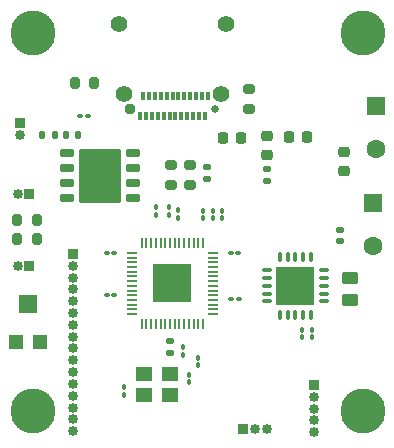
<source format=gbr>
%TF.GenerationSoftware,KiCad,Pcbnew,7.0.1*%
%TF.CreationDate,2024-01-29T14:24:06+02:00*%
%TF.ProjectId,Temp_meter_1.1,54656d70-5f6d-4657-9465-725f312e312e,rev?*%
%TF.SameCoordinates,Original*%
%TF.FileFunction,Soldermask,Top*%
%TF.FilePolarity,Negative*%
%FSLAX46Y46*%
G04 Gerber Fmt 4.6, Leading zero omitted, Abs format (unit mm)*
G04 Created by KiCad (PCBNEW 7.0.1) date 2024-01-29 14:24:06*
%MOMM*%
%LPD*%
G01*
G04 APERTURE LIST*
G04 Aperture macros list*
%AMRoundRect*
0 Rectangle with rounded corners*
0 $1 Rounding radius*
0 $2 $3 $4 $5 $6 $7 $8 $9 X,Y pos of 4 corners*
0 Add a 4 corners polygon primitive as box body*
4,1,4,$2,$3,$4,$5,$6,$7,$8,$9,$2,$3,0*
0 Add four circle primitives for the rounded corners*
1,1,$1+$1,$2,$3*
1,1,$1+$1,$4,$5*
1,1,$1+$1,$6,$7*
1,1,$1+$1,$8,$9*
0 Add four rect primitives between the rounded corners*
20,1,$1+$1,$2,$3,$4,$5,0*
20,1,$1+$1,$4,$5,$6,$7,0*
20,1,$1+$1,$6,$7,$8,$9,0*
20,1,$1+$1,$8,$9,$2,$3,0*%
G04 Aperture macros list end*
%ADD10C,3.800000*%
%ADD11RoundRect,0.225000X-0.225000X-0.250000X0.225000X-0.250000X0.225000X0.250000X-0.225000X0.250000X0*%
%ADD12RoundRect,0.100000X0.100000X-0.130000X0.100000X0.130000X-0.100000X0.130000X-0.100000X-0.130000X0*%
%ADD13RoundRect,0.200000X-0.275000X0.200000X-0.275000X-0.200000X0.275000X-0.200000X0.275000X0.200000X0*%
%ADD14RoundRect,0.135000X0.185000X-0.135000X0.185000X0.135000X-0.185000X0.135000X-0.185000X-0.135000X0*%
%ADD15R,0.850000X0.850000*%
%ADD16O,0.850000X0.850000*%
%ADD17RoundRect,0.100000X0.130000X0.100000X-0.130000X0.100000X-0.130000X-0.100000X0.130000X-0.100000X0*%
%ADD18RoundRect,0.200000X0.200000X0.275000X-0.200000X0.275000X-0.200000X-0.275000X0.200000X-0.275000X0*%
%ADD19RoundRect,0.200000X-0.200000X-0.275000X0.200000X-0.275000X0.200000X0.275000X-0.200000X0.275000X0*%
%ADD20RoundRect,0.135000X0.135000X0.185000X-0.135000X0.185000X-0.135000X-0.185000X0.135000X-0.185000X0*%
%ADD21RoundRect,0.225000X-0.250000X0.225000X-0.250000X-0.225000X0.250000X-0.225000X0.250000X0.225000X0*%
%ADD22RoundRect,0.100000X-0.100000X0.130000X-0.100000X-0.130000X0.100000X-0.130000X0.100000X0.130000X0*%
%ADD23RoundRect,0.250000X-0.550000X0.550000X-0.550000X-0.550000X0.550000X-0.550000X0.550000X0.550000X0*%
%ADD24C,1.600000*%
%ADD25RoundRect,0.075000X0.337500X0.075000X-0.337500X0.075000X-0.337500X-0.075000X0.337500X-0.075000X0*%
%ADD26RoundRect,0.075000X0.075000X0.337500X-0.075000X0.337500X-0.075000X-0.337500X0.075000X-0.337500X0*%
%ADD27R,3.250000X3.250000*%
%ADD28RoundRect,0.135000X-0.185000X0.135000X-0.185000X-0.135000X0.185000X-0.135000X0.185000X0.135000X0*%
%ADD29RoundRect,0.102000X-0.480000X-0.220000X0.480000X-0.220000X0.480000X0.220000X-0.480000X0.220000X0*%
%ADD30RoundRect,0.102000X-1.700000X-2.150000X1.700000X-2.150000X1.700000X2.150000X-1.700000X2.150000X0*%
%ADD31RoundRect,0.225000X0.250000X-0.225000X0.250000X0.225000X-0.250000X0.225000X-0.250000X-0.225000X0*%
%ADD32RoundRect,0.250000X0.450000X-0.262500X0.450000X0.262500X-0.450000X0.262500X-0.450000X-0.262500X0*%
%ADD33RoundRect,0.100000X-0.130000X-0.100000X0.130000X-0.100000X0.130000X0.100000X-0.130000X0.100000X0*%
%ADD34C,0.650000*%
%ADD35C,0.950000*%
%ADD36R,0.300000X0.700000*%
%ADD37C,1.400000*%
%ADD38R,1.400000X1.200000*%
%ADD39RoundRect,0.140000X0.170000X-0.140000X0.170000X0.140000X-0.170000X0.140000X-0.170000X-0.140000X0*%
%ADD40R,1.200000X1.200000*%
%ADD41R,1.600000X1.500000*%
%ADD42RoundRect,0.050000X-0.387500X-0.050000X0.387500X-0.050000X0.387500X0.050000X-0.387500X0.050000X0*%
%ADD43RoundRect,0.050000X-0.050000X-0.387500X0.050000X-0.387500X0.050000X0.387500X-0.050000X0.387500X0*%
%ADD44R,3.200000X3.200000*%
G04 APERTURE END LIST*
D10*
%TO.C,H4*%
X117900000Y-76000000D03*
%TD*%
D11*
%TO.C,C3*%
X106050000Y-52900000D03*
X107600000Y-52900000D03*
%TD*%
D12*
%TO.C,C7*%
X100400000Y-59375000D03*
X100400000Y-58735000D03*
%TD*%
D13*
%TO.C,R5*%
X101700000Y-55200000D03*
X101700000Y-56850000D03*
%TD*%
D14*
%TO.C,R9*%
X101592500Y-71120000D03*
X101592500Y-70100000D03*
%TD*%
D15*
%TO.C,J2*%
X113800000Y-73800000D03*
D16*
X113800000Y-74800000D03*
X113800000Y-75800000D03*
X113800000Y-76800000D03*
X113800000Y-77800000D03*
%TD*%
D12*
%TO.C,C5*%
X104400000Y-59665000D03*
X104400000Y-59025000D03*
%TD*%
D11*
%TO.C,C2*%
X111650000Y-52800000D03*
X113200000Y-52800000D03*
%TD*%
D17*
%TO.C,C8*%
X96875000Y-66200000D03*
X96235000Y-66200000D03*
%TD*%
D12*
%TO.C,C15*%
X105200000Y-59665000D03*
X105200000Y-59025000D03*
%TD*%
D18*
%TO.C,R11*%
X90300000Y-61400000D03*
X88650000Y-61400000D03*
%TD*%
D15*
%TO.C,D1*%
X89700000Y-57600000D03*
D16*
X88700000Y-57600000D03*
%TD*%
D19*
%TO.C,R14*%
X93550000Y-48200000D03*
X95200000Y-48200000D03*
%TD*%
D20*
%TO.C,R7*%
X93820000Y-52600000D03*
X92800000Y-52600000D03*
%TD*%
D13*
%TO.C,R15*%
X108300000Y-48750000D03*
X108300000Y-50400000D03*
%TD*%
D21*
%TO.C,C1*%
X116300000Y-54100000D03*
X116300000Y-55650000D03*
%TD*%
D22*
%TO.C,C17*%
X97700000Y-73980000D03*
X97700000Y-74620000D03*
%TD*%
D23*
%TO.C,J1*%
X119000000Y-50200000D03*
D24*
X119000000Y-53800000D03*
%TD*%
D25*
%TO.C,U5*%
X114647500Y-66700000D03*
X114647500Y-66050000D03*
X114647500Y-65400000D03*
X114647500Y-64750000D03*
X114647500Y-64100000D03*
D26*
X113510000Y-62962500D03*
X112860000Y-62962500D03*
X112210000Y-62962500D03*
X111560000Y-62962500D03*
X110910000Y-62962500D03*
D25*
X109772500Y-64100000D03*
X109772500Y-64750000D03*
X109772500Y-65400000D03*
X109772500Y-66050000D03*
X109772500Y-66700000D03*
D26*
X110910000Y-67837500D03*
X111560000Y-67837500D03*
X112210000Y-67837500D03*
X112860000Y-67837500D03*
X113510000Y-67837500D03*
D27*
X112210000Y-65400000D03*
%TD*%
D22*
%TO.C,C20*%
X112800000Y-69125000D03*
X112800000Y-69765000D03*
%TD*%
D23*
%TO.C,J3*%
X118775000Y-58400000D03*
D24*
X118775000Y-62000000D03*
%TD*%
D12*
%TO.C,C13*%
X102300000Y-59620000D03*
X102300000Y-58980000D03*
%TD*%
%TO.C,C22*%
X101500000Y-59375000D03*
X101500000Y-58735000D03*
%TD*%
D28*
%TO.C,R1*%
X109850000Y-55540000D03*
X109850000Y-56560000D03*
%TD*%
D29*
%TO.C,U4*%
X92900000Y-54190000D03*
X92900000Y-55460000D03*
X92900000Y-56730000D03*
X92900000Y-58000000D03*
X98500000Y-58000000D03*
X98500000Y-56730000D03*
X98500000Y-55460000D03*
X98500000Y-54190000D03*
D30*
X95700000Y-56095000D03*
%TD*%
D31*
%TO.C,C4*%
X109800000Y-54300000D03*
X109800000Y-52750000D03*
%TD*%
D15*
%TO.C,LCD1*%
X93400000Y-62700000D03*
D16*
X93400000Y-63700000D03*
X93400000Y-64700000D03*
X93400000Y-65700000D03*
X93400000Y-66700000D03*
X93400000Y-67700000D03*
X93400000Y-68700000D03*
X93400000Y-69700000D03*
X93400000Y-70700000D03*
X93400000Y-71700000D03*
X93400000Y-72700000D03*
X93400000Y-73700000D03*
X93400000Y-74700000D03*
X93400000Y-75700000D03*
X93400000Y-76700000D03*
X93400000Y-77700000D03*
%TD*%
D12*
%TO.C,C11*%
X106000000Y-59665000D03*
X106000000Y-59025000D03*
%TD*%
D32*
%TO.C,R12*%
X116800000Y-66600000D03*
X116800000Y-64775000D03*
%TD*%
D33*
%TO.C,C10*%
X106780000Y-66500000D03*
X107420000Y-66500000D03*
%TD*%
D34*
%TO.C,P1*%
X105410000Y-50400000D03*
D35*
X98210000Y-50400000D03*
D36*
X104560000Y-51060000D03*
X104060000Y-51060000D03*
X103560000Y-51060000D03*
X103060000Y-51060000D03*
X102560000Y-51060000D03*
X102060000Y-51060000D03*
X101560000Y-51060000D03*
X101060000Y-51060000D03*
X100560000Y-51060000D03*
X100060000Y-51060000D03*
X99560000Y-51060000D03*
X99060000Y-51060000D03*
X99310000Y-49360000D03*
X99810000Y-49360000D03*
X100310000Y-49360000D03*
X100810000Y-49360000D03*
X101310000Y-49360000D03*
X101810000Y-49360000D03*
X102310000Y-49360000D03*
X102810000Y-49360000D03*
X103310000Y-49360000D03*
X103810000Y-49360000D03*
X104310000Y-49360000D03*
X104810000Y-49360000D03*
D37*
X106300000Y-43200000D03*
X105940000Y-49150000D03*
X97680000Y-49150000D03*
X97320000Y-43200000D03*
%TD*%
D38*
%TO.C,Y2*%
X99400000Y-74600000D03*
X101600000Y-74600000D03*
X101600000Y-72900000D03*
X99400000Y-72900000D03*
%TD*%
D15*
%TO.C,SW1*%
X88900000Y-51600000D03*
D16*
X88900000Y-52600000D03*
%TD*%
D33*
%TO.C,C16*%
X94000000Y-51000000D03*
X94640000Y-51000000D03*
%TD*%
%TO.C,C14*%
X106725000Y-62620000D03*
X107365000Y-62620000D03*
%TD*%
D10*
%TO.C,H1*%
X117900000Y-44000000D03*
%TD*%
D12*
%TO.C,C18*%
X103200000Y-73565000D03*
X103200000Y-72925000D03*
%TD*%
D13*
%TO.C,R6*%
X103300000Y-55200000D03*
X103300000Y-56850000D03*
%TD*%
D10*
%TO.C,H2*%
X90000000Y-76000000D03*
%TD*%
D20*
%TO.C,R8*%
X91820000Y-52600000D03*
X90800000Y-52600000D03*
%TD*%
D22*
%TO.C,C6*%
X104000000Y-71480000D03*
X104000000Y-72120000D03*
%TD*%
D15*
%TO.C,J4*%
X107800000Y-77500000D03*
D16*
X108800000Y-77500000D03*
X109800000Y-77500000D03*
%TD*%
D10*
%TO.C,H3*%
X90000000Y-44000000D03*
%TD*%
D22*
%TO.C,C9*%
X102700000Y-70580000D03*
X102700000Y-71220000D03*
%TD*%
D39*
%TO.C,C21*%
X116000000Y-61600000D03*
X116000000Y-60640000D03*
%TD*%
D40*
%TO.C,RV1*%
X88600000Y-70150000D03*
D41*
X89600000Y-66900000D03*
D40*
X90600000Y-70150000D03*
%TD*%
D15*
%TO.C,D2*%
X89700000Y-63700000D03*
D16*
X88700000Y-63700000D03*
%TD*%
D18*
%TO.C,R10*%
X90300000Y-59800000D03*
X88650000Y-59800000D03*
%TD*%
D28*
%TO.C,R2*%
X104700000Y-55300000D03*
X104700000Y-56320000D03*
%TD*%
D22*
%TO.C,C19*%
X113600000Y-69125000D03*
X113600000Y-69765000D03*
%TD*%
D42*
%TO.C,U1*%
X98362500Y-62600000D03*
X98362500Y-63000000D03*
X98362500Y-63400000D03*
X98362500Y-63800000D03*
X98362500Y-64200000D03*
X98362500Y-64600000D03*
X98362500Y-65000000D03*
X98362500Y-65400000D03*
X98362500Y-65800000D03*
X98362500Y-66200000D03*
X98362500Y-66600000D03*
X98362500Y-67000000D03*
X98362500Y-67400000D03*
X98362500Y-67800000D03*
D43*
X99200000Y-68637500D03*
X99600000Y-68637500D03*
X100000000Y-68637500D03*
X100400000Y-68637500D03*
X100800000Y-68637500D03*
X101200000Y-68637500D03*
X101600000Y-68637500D03*
X102000000Y-68637500D03*
X102400000Y-68637500D03*
X102800000Y-68637500D03*
X103200000Y-68637500D03*
X103600000Y-68637500D03*
X104000000Y-68637500D03*
X104400000Y-68637500D03*
D42*
X105237500Y-67800000D03*
X105237500Y-67400000D03*
X105237500Y-67000000D03*
X105237500Y-66600000D03*
X105237500Y-66200000D03*
X105237500Y-65800000D03*
X105237500Y-65400000D03*
X105237500Y-65000000D03*
X105237500Y-64600000D03*
X105237500Y-64200000D03*
X105237500Y-63800000D03*
X105237500Y-63400000D03*
X105237500Y-63000000D03*
X105237500Y-62600000D03*
D43*
X104400000Y-61762500D03*
X104000000Y-61762500D03*
X103600000Y-61762500D03*
X103200000Y-61762500D03*
X102800000Y-61762500D03*
X102400000Y-61762500D03*
X102000000Y-61762500D03*
X101600000Y-61762500D03*
X101200000Y-61762500D03*
X100800000Y-61762500D03*
X100400000Y-61762500D03*
X100000000Y-61762500D03*
X99600000Y-61762500D03*
X99200000Y-61762500D03*
D44*
X101800000Y-65200000D03*
%TD*%
D17*
%TO.C,C12*%
X96875000Y-62600000D03*
X96235000Y-62600000D03*
%TD*%
M02*

</source>
